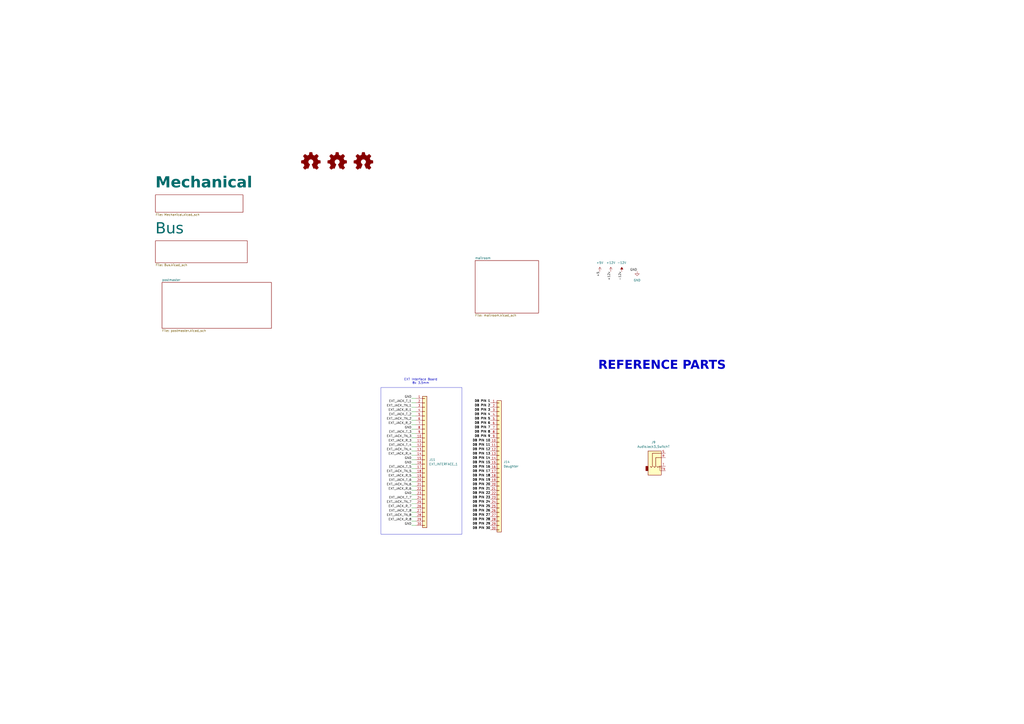
<source format=kicad_sch>
(kicad_sch (version 20231120) (generator "eeschema") (generator_version "8.0")
  (paper "A2")
  (title_block (title "Audio Thing Template") (date "2024-11-13") (rev "1.0") (company "velvia-fifty") (comment 1 "https://github.com/velvia-fifty/AudioThings") (comment 2 "You should have changed this already :)") (comment 4 "Stay humble"))
  (lib_symbols
    (symbol "Connector_Audio:AudioJack3_SwitchT"
      (property "Reference" "J" (at 0 8.89 0))
      (property "Value" "AudioJack3_SwitchT" (at 0 6.35 0))
      (symbol "AudioJack3_SwitchT_0_1"
        (rectangle (start -5.08 -5.08) (end -6.35 -7.62) (stroke (width 0.254)) (fill (type outline)))
        (polyline (pts (xy 1.778 -5.334) (xy 2.032 -5.842)))
        (polyline (pts (xy 0 -5.08) (xy 0.635 -5.715) (xy 1.27 -5.08) (xy 2.54 -5.08)) (stroke (width 0.254)))
        (polyline (pts (xy 2.54 -7.62) (xy 1.778 -7.62) (xy 1.778 -5.334) (xy 1.524 -5.842)))
        (polyline (pts (xy -1.905 -5.08) (xy -1.27 -5.715) (xy -0.635 -5.08) (xy -0.635 0) (xy 2.54 0)) (stroke (width 0.254)))
        (polyline (pts (xy 2.54 2.54) (xy -2.54 2.54) (xy -2.54 -5.08) (xy -3.175 -5.715) (xy -3.81 -5.08)) (stroke (width 0.254)))
        (rectangle (start 2.54 3.81) (end -5.08 -10.16) (stroke (width 0.254)) (fill (type background)))
      )
      (symbol "AudioJack3_SwitchT_1_1"
        (pin passive line (at 5.08 0 180) (length 2.54) (name "~") (number "R"))
        (pin passive line (at 5.08 2.54 180) (length 2.54) (name "~") (number "S"))
        (pin passive line (at 5.08 -5.08 180) (length 2.54) (name "~") (number "T"))
        (pin passive line (at 5.08 -7.62 180) (length 2.54) (name "~") (number "TN"))
      )
    )
    (symbol "Connector_Generic:Conn_01x30" (pin_names (offset 1.016) hide)
      (property "Reference" "J" (at 0 38.1 0))
      (property "Value" "Conn_01x30" (at 0 -40.64 0))
      (symbol "Conn_01x30_1_1"
        (rectangle (start -1.27 -37.973) (end 0 -38.227) (stroke (width 0.1524)))
        (rectangle (start -1.27 -35.433) (end 0 -35.687) (stroke (width 0.1524)))
        (rectangle (start -1.27 -32.893) (end 0 -33.147) (stroke (width 0.1524)))
        (rectangle (start -1.27 -30.353) (end 0 -30.607) (stroke (width 0.1524)))
        (rectangle (start -1.27 -27.813) (end 0 -28.067) (stroke (width 0.1524)))
        (rectangle (start -1.27 -25.273) (end 0 -25.527) (stroke (width 0.1524)))
        (rectangle (start -1.27 -22.733) (end 0 -22.987) (stroke (width 0.1524)))
        (rectangle (start -1.27 -20.193) (end 0 -20.447) (stroke (width 0.1524)))
        (rectangle (start -1.27 -17.653) (end 0 -17.907) (stroke (width 0.1524)))
        (rectangle (start -1.27 -15.113) (end 0 -15.367) (stroke (width 0.1524)))
        (rectangle (start -1.27 -12.573) (end 0 -12.827) (stroke (width 0.1524)))
        (rectangle (start -1.27 -10.033) (end 0 -10.287) (stroke (width 0.1524)))
        (rectangle (start -1.27 -7.493) (end 0 -7.747) (stroke (width 0.1524)))
        (rectangle (start -1.27 -4.953) (end 0 -5.207) (stroke (width 0.1524)))
        (rectangle (start -1.27 -2.413) (end 0 -2.667) (stroke (width 0.1524)))
        (rectangle (start -1.27 0.127) (end 0 -0.127) (stroke (width 0.1524)))
        (rectangle (start -1.27 2.667) (end 0 2.413) (stroke (width 0.1524)))
        (rectangle (start -1.27 5.207) (end 0 4.953) (stroke (width 0.1524)))
        (rectangle (start -1.27 7.747) (end 0 7.493) (stroke (width 0.1524)))
        (rectangle (start -1.27 10.287) (end 0 10.033) (stroke (width 0.1524)))
        (rectangle (start -1.27 12.827) (end 0 12.573) (stroke (width 0.1524)))
        (rectangle (start -1.27 15.367) (end 0 15.113) (stroke (width 0.1524)))
        (rectangle (start -1.27 17.907) (end 0 17.653) (stroke (width 0.1524)))
        (rectangle (start -1.27 20.447) (end 0 20.193) (stroke (width 0.1524)))
        (rectangle (start -1.27 22.987) (end 0 22.733) (stroke (width 0.1524)))
        (rectangle (start -1.27 25.527) (end 0 25.273) (stroke (width 0.1524)))
        (rectangle (start -1.27 28.067) (end 0 27.813) (stroke (width 0.1524)))
        (rectangle (start -1.27 30.607) (end 0 30.353) (stroke (width 0.1524)))
        (rectangle (start -1.27 33.147) (end 0 32.893) (stroke (width 0.1524)))
        (rectangle (start -1.27 35.687) (end 0 35.433) (stroke (width 0.1524)))
        (rectangle (start -1.27 36.83) (end 1.27 -39.37) (stroke (width 0.254)) (fill (type background)))
        (pin passive line (at -5.08 35.56 0) (length 3.81) (name "Pin_1") (number "1"))
        (pin passive line (at -5.08 12.7 0) (length 3.81) (name "Pin_10") (number "10"))
        (pin passive line (at -5.08 10.16 0) (length 3.81) (name "Pin_11") (number "11"))
        (pin passive line (at -5.08 7.62 0) (length 3.81) (name "Pin_12") (number "12"))
        (pin passive line (at -5.08 5.08 0) (length 3.81) (name "Pin_13") (number "13"))
        (pin passive line (at -5.08 2.54 0) (length 3.81) (name "Pin_14") (number "14"))
        (pin passive line (at -5.08 0 0) (length 3.81) (name "Pin_15") (number "15"))
        (pin passive line (at -5.08 -2.54 0) (length 3.81) (name "Pin_16") (number "16"))
        (pin passive line (at -5.08 -5.08 0) (length 3.81) (name "Pin_17") (number "17"))
        (pin passive line (at -5.08 -7.62 0) (length 3.81) (name "Pin_18") (number "18"))
        (pin passive line (at -5.08 -10.16 0) (length 3.81) (name "Pin_19") (number "19"))
        (pin passive line (at -5.08 33.02 0) (length 3.81) (name "Pin_2") (number "2"))
        (pin passive line (at -5.08 -12.7 0) (length 3.81) (name "Pin_20") (number "20"))
        (pin passive line (at -5.08 -15.24 0) (length 3.81) (name "Pin_21") (number "21"))
        (pin passive line (at -5.08 -17.78 0) (length 3.81) (name "Pin_22") (number "22"))
        (pin passive line (at -5.08 -20.32 0) (length 3.81) (name "Pin_23") (number "23"))
        (pin passive line (at -5.08 -22.86 0) (length 3.81) (name "Pin_24") (number "24"))
        (pin passive line (at -5.08 -25.4 0) (length 3.81) (name "Pin_25") (number "25"))
        (pin passive line (at -5.08 -27.94 0) (length 3.81) (name "Pin_26") (number "26"))
        (pin passive line (at -5.08 -30.48 0) (length 3.81) (name "Pin_27") (number "27"))
        (pin passive line (at -5.08 -33.02 0) (length 3.81) (name "Pin_28") (number "28"))
        (pin passive line (at -5.08 -35.56 0) (length 3.81) (name "Pin_29") (number "29"))
        (pin passive line (at -5.08 30.48 0) (length 3.81) (name "Pin_3") (number "3"))
        (pin passive line (at -5.08 -38.1 0) (length 3.81) (name "Pin_30") (number "30"))
        (pin passive line (at -5.08 27.94 0) (length 3.81) (name "Pin_4") (number "4"))
        (pin passive line (at -5.08 25.4 0) (length 3.81) (name "Pin_5") (number "5"))
        (pin passive line (at -5.08 22.86 0) (length 3.81) (name "Pin_6") (number "6"))
        (pin passive line (at -5.08 20.32 0) (length 3.81) (name "Pin_7") (number "7"))
        (pin passive line (at -5.08 17.78 0) (length 3.81) (name "Pin_8") (number "8"))
        (pin passive line (at -5.08 15.24 0) (length 3.81) (name "Pin_9") (number "9"))
      )
    )
    (symbol "Graphic:Logo_Open_Hardware_Small" (in_bom no) (on_board no)
      (symbol "Logo_Open_Hardware_Small_0_1"
        (polyline (pts (xy 3.3528 -4.3434) (xy 3.302 -4.318) (xy 3.175 -4.2418) (xy 2.9972 -4.1148) (xy 2.7686 -3.9624) (xy 2.54 -3.81) (xy 2.3622 -3.7084) (xy 2.2352 -3.6068) (xy 2.1844 -3.5814) (xy 2.159 -3.6068) (xy 2.0574 -3.6576) (xy 1.905 -3.7338) (xy 1.8034 -3.7846) (xy 1.6764 -3.8354) (xy 1.6002 -3.8354) (xy 1.6002 -3.8354) (xy 1.5494 -3.7338) (xy 1.4732 -3.5306) (xy 1.3462 -3.302) (xy 1.2446 -3.0226) (xy 1.1176 -2.7178) (xy 0.9652 -2.413) (xy 0.8636 -2.1082) (xy 0.7366 -1.8288) (xy 0.6604 -1.6256) (xy 0.6096 -1.4732) (xy 0.5842 -1.397) (xy 0.5842 -1.397) (xy 0.6604 -1.3208) (xy 0.7874 -1.2446) (xy 1.0414 -1.016) (xy 1.2954 -0.6858) (xy 1.4478 -0.3302) (xy 1.524 0.0762) (xy 1.4732 0.4572) (xy 1.3208 0.8128) (xy 1.0668 1.143) (xy 0.762 1.3716) (xy 0.4064 1.524) (xy 0 1.5748) (xy -0.381 1.5494) (xy -0.7366 1.397) (xy -1.0668 1.143) (xy -1.2192 0.9906) (xy -1.397 0.6604) (xy -1.524 0.3048) (xy -1.524 0.2286) (xy -1.4986 -0.1778) (xy -1.397 -0.5334) (xy -1.1938 -0.8636) (xy -0.9144 -1.143) (xy -0.8636 -1.1684) (xy -0.7366 -1.27) (xy -0.635 -1.3462) (xy -0.5842 -1.397) (xy -1.0668 -2.5908) (xy -1.143 -2.794) (xy -1.2954 -3.1242) (xy -1.397 -3.4036) (xy -1.4986 -3.6322) (xy -1.5748 -3.7846) (xy -1.6002 -3.8354) (xy -1.6002 -3.8354) (xy -1.651 -3.8354) (xy -1.7272 -3.81) (xy -1.905 -3.7338) (xy -2.0066 -3.683) (xy -2.1336 -3.6068) (xy -2.2098 -3.5814) (xy -2.2606 -3.6068) (xy -2.3622 -3.683) (xy -2.54 -3.81) (xy -2.7686 -3.9624) (xy -2.9718 -4.0894) (xy -3.1496 -4.2164) (xy -3.302 -4.318) (xy -3.3528 -4.3434) (xy -3.3782 -4.3434) (xy -3.429 -4.318) (xy -3.5306 -4.2164) (xy -3.7084 -4.064) (xy -3.937 -3.8354) (xy -3.9624 -3.81) (xy -4.1656 -3.6068) (xy -4.318 -3.4544) (xy -4.4196 -3.3274) (xy -4.445 -3.2766) (xy -4.445 -3.2766) (xy -4.4196 -3.2258) (xy -4.318 -3.0734) (xy -4.2164 -2.8956) (xy -4.064 -2.667) (xy -3.6576 -2.0828) (xy -3.8862 -1.5494) (xy -3.937 -1.3716) (xy -4.0386 -1.1684) (xy -4.0894 -1.0414) (xy -4.1148 -0.9652) (xy -4.191 -0.9398) (xy -4.318 -0.9144) (xy -4.5466 -0.8636) (xy -4.8006 -0.8128) (xy -5.0546 -0.7874) (xy -5.2578 -0.7366) (xy -5.4356 -0.7112) (xy -5.5118 -0.6858) (xy -5.5118 -0.6858) (xy -5.5372 -0.635) (xy -5.5372 -0.5588) (xy -5.5372 -0.4318) (xy -5.5626 -0.2286) (xy -5.5626 0.0762) (xy -5.5626 0.127) (xy -5.5372 0.4064) (xy -5.5372 0.635) (xy -5.5372 0.762) (xy -5.5372 0.8382) (xy -5.5372 0.8382) (xy -5.461 0.8382) (xy -5.3086 0.889) (xy -5.08 0.9144) (xy -4.826 0.9652) (xy -4.8006 0.9906) (xy -4.5466 1.0414) (xy -4.318 1.0668) (xy -4.1656 1.1176) (xy -4.0894 1.143) (xy -4.0894 1.143) (xy -4.0386 1.2446) (xy -3.9624 1.4224) (xy -3.8608 1.6256) (xy -3.7846 1.8288) (xy -3.7084 2.0066) (xy -3.6576 2.159) (xy -3.6322 2.2098) (xy -3.6322 2.2098) (xy -3.683 2.286) (xy -3.7592 2.413) (xy -3.8862 2.5908) (xy -4.064 2.8194) (xy -4.064 2.8448) (xy -4.2164 3.0734) (xy -4.3434 3.2512) (xy -4.4196 3.3782) (xy -4.445 3.4544) (xy -4.445 3.4544) (xy -4.3942 3.5052) (xy -4.2926 3.6322) (xy -4.1148 3.81) (xy -3.937 4.0132) (xy -3.8608 4.064) (xy -3.6576 4.2926) (xy -3.5052 4.4196) (xy -3.4036 4.4958) (xy -3.3528 4.5212) (xy -3.3528 4.5212) (xy -3.302 4.4704) (xy -3.1496 4.3688) (xy -2.9718 4.2418) (xy -2.7432 4.0894) (xy -2.7178 4.0894) (xy -2.4892 3.937) (xy -2.3114 3.81) (xy -2.1844 3.7084) (xy -2.1336 3.683) (xy -2.1082 3.683) (xy -2.032 3.7084) (xy -1.8542 3.7592) (xy -1.6764 3.8354) (xy -1.4732 3.937) (xy -1.27 4.0132) (xy -1.143 4.064) (xy -1.0668 4.1148) (xy -1.0668 4.1148) (xy -1.0414 4.191) (xy -1.016 4.3434) (xy -0.9652 4.572) (xy -0.9144 4.8514) (xy -0.889 4.9022) (xy -0.8382 5.1562) (xy -0.8128 5.3848) (xy -0.7874 5.5372) (xy -0.762 5.588) (xy -0.7112 5.6134) (xy -0.5842 5.6134) (xy -0.4064 5.6134) (xy -0.1524 5.6134) (xy 0.0762 5.6134) (xy 0.3302 5.6134) (xy 0.5334 5.6134) (xy 0.6858 5.588) (xy 0.7366 5.588) (xy 0.7366 5.588) (xy 0.762 5.5118) (xy 0.8128 5.334) (xy 0.8382 5.1054) (xy 0.9144 4.826) (xy 0.9144 4.7752) (xy 0.9652 4.5212) (xy 1.016 4.2926) (xy 1.0414 4.1402) (xy 1.0668 4.0894) (xy 1.0668 4.0894) (xy 1.1938 4.0386) (xy 1.3716 3.9624) (xy 1.5748 3.8608) (xy 2.0828 3.6576) (xy 2.7178 4.0894) (xy 2.7686 4.1402) (xy 2.9972 4.2926) (xy 3.175 4.4196) (xy 3.302 4.4958) (xy 3.3782 4.5212) (xy 3.3782 4.5212) (xy 3.429 4.4704) (xy 3.556 4.3434) (xy 3.7338 4.191) (xy 3.9116 3.9878) (xy 4.064 3.8354) (xy 4.2418 3.6576) (xy 4.3434 3.556) (xy 4.4196 3.4798) (xy 4.4196 3.429) (xy 4.4196 3.4036) (xy 4.3942 3.3274) (xy 4.2926 3.2004) (xy 4.1656 2.9972) (xy 4.0132 2.794) (xy 3.8862 2.5908) (xy 3.7592 2.3876) (xy 3.6576 2.2352) (xy 3.6322 2.159) (xy 3.6322 2.1336) (xy 3.683 2.0066) (xy 3.7592 1.8288) (xy 3.8608 1.6002) (xy 4.064 1.1176) (xy 4.3942 1.0414) (xy 4.5974 1.016) (xy 4.8768 0.9652) (xy 5.1308 0.9144) (xy 5.5372 0.8382) (xy 5.5626 -0.6604) (xy 5.4864 -0.6858) (xy 5.4356 -0.6858) (xy 5.2832 -0.7366) (xy 5.0546 -0.762) (xy 4.8006 -0.8128) (xy 4.5974 -0.8636) (xy 4.3688 -0.9144) (xy 4.2164 -0.9398) (xy 4.1402 -0.9398) (xy 4.1148 -0.9652) (xy 4.064 -1.0668) (xy 3.9878 -1.2446) (xy 3.9116 -1.4478) (xy 3.81 -1.651) (xy 3.7338 -1.8542) (xy 3.683 -2.0066) (xy 3.6576 -2.0828) (xy 3.683 -2.1336) (xy 3.7846 -2.2606) (xy 3.8862 -2.4638) (xy 4.0386 -2.667) (xy 4.191 -2.8956) (xy 4.318 -3.0734) (xy 4.3942 -3.2004) (xy 4.445 -3.2766) (xy 4.4196 -3.3274) (xy 4.3434 -3.429) (xy 4.1656 -3.5814) (xy 3.937 -3.8354) (xy 3.8862 -3.8608) (xy 3.683 -4.064) (xy 3.5306 -4.2164) (xy 3.4036 -4.318) (xy 3.3528 -4.3434)) (fill (type outline)))
      )
    )
    (symbol "power:+12V" (power) (pin_numbers hide) (pin_names (offset 0) hide)
      (property "Value" "+12V" (at 0 3.556 0))
      (symbol "+12V_0_1"
        (polyline (pts (xy -0.762 1.27) (xy 0 2.54)))
        (polyline (pts (xy 0 0) (xy 0 2.54)))
        (polyline (pts (xy 0 2.54) (xy 0.762 1.27)))
      )
      (symbol "+12V_1_1"
        (pin power_in line (at 0 0 90) (length 0) (name "~") (number "1"))
      )
    )
    (symbol "power:+5V" (power) (pin_numbers hide) (pin_names (offset 0) hide)
      (property "Value" "+5V" (at 0 3.556 0))
      (symbol "+5V_0_1"
        (polyline (pts (xy -0.762 1.27) (xy 0 2.54)))
        (polyline (pts (xy 0 0) (xy 0 2.54)))
        (polyline (pts (xy 0 2.54) (xy 0.762 1.27)))
      )
      (symbol "+5V_1_1"
        (pin power_in line (at 0 0 90) (length 0) (name "~") (number "1"))
      )
    )
    (symbol "power:-12V" (power) (pin_numbers hide) (pin_names (offset 0) hide)
      (property "Value" "-12V" (at 0 3.556 0))
      (symbol "-12V_0_0"
        (pin power_in line (at 0 0 90) (length 0) (name "~") (number "1"))
      )
      (symbol "-12V_0_1"
        (polyline (pts (xy 0 0) (xy 0 1.27) (xy 0.762 1.27) (xy 0 2.54) (xy -0.762 1.27) (xy 0 1.27)) (fill (type outline)))
      )
    )
    (symbol "power:GND" (power) (pin_numbers hide) (pin_names (offset 0) hide)
      (property "Value" "GND" (at 0 -3.81 0))
      (symbol "GND_0_1"
        (polyline (pts (xy 0 0) (xy 0 -1.27) (xy 1.27 -1.27) (xy 0 -2.54) (xy -1.27 -1.27) (xy 0 -1.27)))
      )
      (symbol "GND_1_1"
        (pin power_in line (at 0 0 270) (length 0) (name "~") (number "1"))
      )
    )
  )
  (wire (pts (xy 241.3 284.48) (xy 238.76 284.48)))
  (wire (pts (xy 241.3 261.62) (xy 238.76 261.62)))
  (wire (pts (xy 241.3 289.56) (xy 238.76 289.56)))
  (wire (pts (xy 241.3 271.78) (xy 238.76 271.78)))
  (wire (pts (xy 241.3 231.14) (xy 238.76 231.14)))
  (wire (pts (xy 241.3 233.68) (xy 238.76 233.68)))
  (wire (pts (xy 241.3 251.46) (xy 238.76 251.46)))
  (wire (pts (xy 241.3 266.7) (xy 238.76 266.7)))
  (wire (pts (xy 241.3 256.54) (xy 238.76 256.54)))
  (wire (pts (xy 241.3 238.76) (xy 238.76 238.76)))
  (wire (pts (xy 241.3 254) (xy 238.76 254)))
  (wire (pts (xy 241.3 259.08) (xy 238.76 259.08)))
  (wire (pts (xy 241.3 248.92) (xy 238.76 248.92)))
  (wire (pts (xy 241.3 241.3) (xy 238.76 241.3)))
  (wire (pts (xy 241.3 236.22) (xy 238.76 236.22)))
  (wire (pts (xy 241.3 264.16) (xy 238.76 264.16)))
  (wire (pts (xy 241.3 304.8) (xy 238.76 304.8)))
  (wire (pts (xy 241.3 281.94) (xy 238.76 281.94)))
  (wire (pts (xy 241.3 279.4) (xy 238.76 279.4)))
  (wire (pts (xy 241.3 274.32) (xy 238.76 274.32)))
  (wire (pts (xy 241.3 243.84) (xy 238.76 243.84)))
  (wire (pts (xy 241.3 297.18) (xy 238.76 297.18)))
  (wire (pts (xy 241.3 269.24) (xy 238.76 269.24)))
  (wire (pts (xy 241.3 299.72) (xy 238.76 299.72)))
  (wire (pts (xy 241.3 302.26) (xy 238.76 302.26)))
  (wire (pts (xy 241.3 294.64) (xy 238.76 294.64)))
  (wire (pts (xy 241.3 276.86) (xy 238.76 276.86)))
  (wire (pts (xy 241.3 246.38) (xy 238.76 246.38)))
  (wire (pts (xy 241.3 287.02) (xy 238.76 287.02)))
  (wire (pts (xy 241.3 292.1) (xy 238.76 292.1)))
  (rectangle (start 220.98 224.79) (end 267.97 309.88))
  (text "REFERENCE PARTS" (at 384.048 213.36 0) (effects (font (size 5.08 5.08) (thickness 1.016) (bold yes))))
  (text "EXT Interface Board\n8x 3.5mm" (at 244.094 221.234 0) (effects (font (size 1.27 1.27))))
  (label "+5" (at 347.98 157.48 270))
  (label "EXT_JACK_TN_1" (at 238.76 236.22 180))
  (label "GND" (at 238.76 266.7 180))
  (label "EXT_JACK_T_4" (at 238.76 259.08 180))
  (label "GND" (at 238.76 231.14 180))
  (label "DB PIN 8" (at 284.48 251.46 180) (effects (font (thickness 0.254) (bold yes))))
  (label "DB PIN 28" (at 284.48 302.26 180) (effects (font (thickness 0.254) (bold yes))))
  (label "DB PIN 20" (at 284.48 281.94 180) (effects (font (thickness 0.254) (bold yes))))
  (label "DB PIN 11" (at 284.48 259.08 180) (effects (font (thickness 0.254) (bold yes))))
  (label "EXT_JACK_T_3" (at 238.76 251.46 180))
  (label "GND" (at 238.76 248.92 180))
  (label "EXT_JACK_TN_4" (at 238.76 261.62 180))
  (label "DB PIN 14" (at 284.48 266.7 180) (effects (font (thickness 0.254) (bold yes))))
  (label "DB PIN 24" (at 284.48 292.1 180) (effects (font (thickness 0.254) (bold yes))))
  (label "EXT_JACK_R_3" (at 238.76 256.54 180))
  (label "DB PIN 3" (at 284.48 238.76 180) (effects (font (thickness 0.254) (bold yes))))
  (label "DB PIN 13" (at 284.48 264.16 180) (effects (font (thickness 0.254) (bold yes))))
  (label "-12v" (at 360.68 157.48 270))
  (label "DB PIN 18" (at 284.48 276.86 180) (effects (font (thickness 0.254) (bold yes))))
  (label "EXT_JACK_R_2" (at 238.76 246.38 180))
  (label "EXT_JACK_R_8" (at 238.76 302.26 180))
  (label "GND" (at 369.57 157.48 180))
  (label "EXT_JACK_T_2" (at 238.76 241.3 180))
  (label "GND" (at 238.76 287.02 180))
  (label "EXT_JACK_T_5" (at 238.76 271.78 180))
  (label "EXT_JACK_TN_7" (at 238.76 292.1 180))
  (label "DB PIN 10" (at 284.48 256.54 180) (effects (font (thickness 0.254) (bold yes))))
  (label "DB PIN 30" (at 284.48 307.34 180) (effects (font (thickness 0.254) (bold yes))))
  (label "EXT_JACK_TN_5" (at 238.76 274.32 180))
  (label "EXT_JACK_TN_2" (at 238.76 243.84 180))
  (label "EXT_JACK_TN_8" (at 238.76 299.72 180))
  (label "EXT_JACK_R_7" (at 238.76 294.64 180))
  (label "DB PIN 7" (at 284.48 248.92 180) (effects (font (thickness 0.254) (bold yes))))
  (label "DB PIN 9" (at 284.48 254 180) (effects (font (thickness 0.254) (bold yes))))
  (label "EXT_JACK_R_4" (at 238.76 264.16 180))
  (label "DB PIN 1" (at 284.48 233.68 180) (effects (font (thickness 0.254) (bold yes))))
  (label "DB PIN 2" (at 284.48 236.22 180) (effects (font (thickness 0.254) (bold yes))))
  (label "GND" (at 238.76 269.24 180))
  (label "GND" (at 238.76 304.8 180))
  (label "DB PIN 15" (at 284.48 269.24 180) (effects (font (thickness 0.254) (bold yes))))
  (label "DB PIN 19" (at 284.48 279.4 180) (effects (font (thickness 0.254) (bold yes))))
  (label "EXT_JACK_TN_6" (at 238.76 281.94 180))
  (label "DB PIN 21" (at 284.48 284.48 180) (effects (font (thickness 0.254) (bold yes))))
  (label "DB PIN 4" (at 284.48 241.3 180) (effects (font (thickness 0.254) (bold yes))))
  (label "DB PIN 25" (at 284.48 294.64 180) (effects (font (thickness 0.254) (bold yes))))
  (label "DB PIN 12" (at 284.48 261.62 180) (effects (font (thickness 0.254) (bold yes))))
  (label "DB PIN 29" (at 284.48 304.8 180) (effects (font (thickness 0.254) (bold yes))))
  (label "DB PIN 22" (at 284.48 287.02 180) (effects (font (thickness 0.254) (bold yes))))
  (label "EXT_JACK_R_1" (at 238.76 238.76 180))
  (label "EXT_JACK_R_6" (at 238.76 284.48 180))
  (label "EXT_JACK_T_6" (at 238.76 279.4 180))
  (label "DB PIN 6" (at 284.48 246.38 180) (effects (font (thickness 0.254) (bold yes))))
  (label "EXT_JACK_TN_3" (at 238.76 254 180))
  (label "+12v" (at 354.33 157.48 270))
  (label "DB PIN 16" (at 284.48 271.78 180) (effects (font (thickness 0.254) (bold yes))))
  (label "DB PIN 23" (at 284.48 289.56 180) (effects (font (thickness 0.254) (bold yes))))
  (label "EXT_JACK_T_8" (at 238.76 297.18 180))
  (label "EXT_JACK_T_1" (at 238.76 233.68 180))
  (label "EXT_JACK_R_5" (at 238.76 276.86 180))
  (label "DB PIN 5" (at 284.48 243.84 180) (effects (font (thickness 0.254) (bold yes))))
  (label "DB PIN 17" (at 284.48 274.32 180) (effects (font (thickness 0.254) (bold yes))))
  (label "DB PIN 27" (at 284.48 299.72 180) (effects (font (thickness 0.254) (bold yes))))
  (label "EXT_JACK_T_7" (at 238.76 289.56 180))
  (label "DB PIN 26" (at 284.48 297.18 180) (effects (font (thickness 0.254) (bold yes))))
  (symbol (lib_id "power:-12V") (at 360.68 157.48 0) (unit 1)
    (property "Reference" "#PWR023" (effects (hide yes)))
    (property "Value" "-12V" (at 360.68 152.4 0))
    (property "Description" "Power symbol creates a global label with name \"-12V\"" (effects (hide yes)))
  )
  (symbol (lib_id "Graphic:Logo_Open_Hardware_Small") (at 210.82 93.98 0) (unit 1) (exclude_from_sim yes) (in_bom no) (on_board no)
    (property "Reference" "#SYM3" (effects (hide yes)))
    (property "Value" "CC" (effects (hide yes)))
    (property "Footprint" "Symbol:Symbol_CreativeCommons_SilkScreenTop_Type2_Big" (effects (hide yes)))
    (property "Description" "CC" (effects (hide yes)))
  )
  (symbol (lib_id "power:+5V") (at 347.98 157.48 0) (unit 1)
    (property "Reference" "#PWR021" (effects (hide yes)))
    (property "Value" "+5V" (at 347.98 152.4 0))
    (property "Description" "Power symbol creates a global label with name \"+5V\"" (effects (hide yes)))
  )
  (symbol (lib_id "Connector_Generic:Conn_01x30") (at 289.56 269.24 0) (unit 1)
    (property "Reference" "J14" (at 292.1 267.9699 0) (effects (justify left)))
    (property "Value" "Daughter" (at 292.1 270.5099 0) (effects (justify left)))
    (property "Footprint" "AT-Footprints:AMPHENOL_SFV30R-4STE1HLF - FFC - 30 RA" (effects (hide yes)))
    (property "Description" "Generic connector, single row, 01x30, script generated (kicad-library-utils/schlib/autogen/connector/)" (effects (hide yes)))
  )
  (symbol (lib_id "power:GND") (at 369.57 157.48 0) (unit 1)
    (property "Reference" "#PWR024" (effects (hide yes)))
    (property "Value" "GND" (at 369.57 162.56 0))
    (property "Description" "Power symbol creates a global label with name \"GND\" , ground" (effects (hide yes)))
  )
  (symbol (lib_id "power:+12V") (at 354.33 157.48 0) (unit 1)
    (property "Reference" "#PWR022" (effects (hide yes)))
    (property "Value" "+12V" (at 354.33 152.4 0))
    (property "Description" "Power symbol creates a global label with name \"+12V\"" (effects (hide yes)))
  )
  (symbol (lib_id "Connector_Audio:AudioJack3_SwitchT") (at 381 265.43 0) (unit 1)
    (property "Reference" "J9" (at 379.095 256.54 0))
    (property "Value" "AudioJack3_SwitchT" (at 379.095 259.08 0))
    (property "Footprint" "AT-Footprints:SJ3" (effects (hide yes)))
    (property "Description" "Audio Jack, 3 Poles (Stereo / TRS), Switched T Pole (Normalling)" (effects (hide yes)))
  )
  (symbol (lib_id "Graphic:Logo_Open_Hardware_Small") (at 195.58 93.98 0) (unit 1) (exclude_from_sim yes) (in_bom no) (on_board no)
    (property "Reference" "#SYM2" (effects (hide yes)))
    (property "Value" "Logo Kicad" (effects (hide yes)))
    (property "Footprint" "Symbol:KiCad-Logo2_5mm_SilkScreen" (effects (hide yes)))
    (property "Description" "Logo Kicadx" (effects (hide yes)))
  )
  (symbol (lib_id "Graphic:Logo_Open_Hardware_Small") (at 180.34 93.98 0) (unit 1) (exclude_from_sim yes) (in_bom no)
    (property "Reference" "#SYM1" (effects (hide yes)))
    (property "Value" "Logo_Open_Hardware_Small" (effects (hide yes)))
    (property "Footprint" "Symbol:OSHW-Logo2_7.3x6mm_SilkScreen" (effects (hide yes)))
    (property "Description" "Open Hardware logo, small" (effects (hide yes)))
  )
  (symbol (lib_id "Connector_Generic:Conn_01x30") (at 246.38 266.7 0) (unit 1)
    (property "Reference" "J11" (at 248.92 266.6999 0) (effects (justify left)))
    (property "Value" "EXT_INTERFACE_1" (at 248.92 269.2399 0) (effects (justify left)))
    (property "Footprint" "AT-Footprints:AMPHENOL_SFV30R-4STE1HLF - FFC - 30 RA" (effects (hide yes)))
    (property "Description" "Generic connector, single row, 01x30, script generated (kicad-library-utils/schlib/autogen/connector/)" (effects (hide yes)))
  )
  (sheet (at 90.17 113.03) (size 50.8 10.16) (stroke (width 0.1524))
    (property "Sheetname" "Mechanical" (at 90.17 109.7784 0) (effects (font (size 6.35 6.35) (thickness 1.27) (bold yes)) (justify left bottom)))
    (property "Sheetfile" "Mechanical.kicad_sch" (at 90.17 123.7746 0) (effects (justify left top)))
  )
  (sheet (at 93.98 163.83) (size 63.5 26.67) (stroke (width 0.1524))
    (property "Sheetname" "postmaster" (at 93.98 163.1184 0) (effects (justify left bottom)))
    (property "Sheetfile" "postmaster.kicad_sch" (at 93.98 191.0846 0) (effects (justify left top)))
  )
  (sheet (at 90.17 139.7) (size 53.34 12.7) (stroke (width 0.1524))
    (property "Sheetname" "Bus" (at 90.17 136.4484 0) (effects (font (size 6.35 6.35)) (justify left bottom)))
    (property "Sheetfile" "Bus.kicad_sch" (at 90.17 152.9846 0) (effects (justify left top)))
  )
  (sheet (at 275.59 151.13) (size 36.83 30.48) (stroke (width 0.1524))
    (property "Sheetname" "mailroom" (at 275.59 150.4184 0) (effects (justify left bottom)))
    (property "Sheetfile" "mailroom.kicad_sch" (at 275.59 182.1946 0) (effects (justify left top)))
  )
)
</source>
